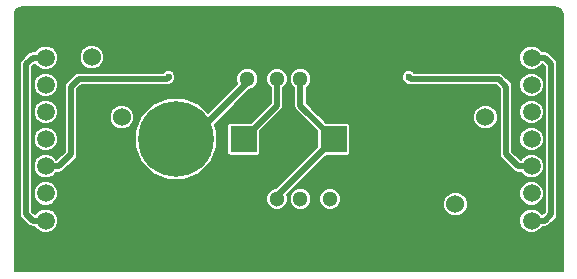
<source format=gbl>
G04 #@! TF.FileFunction,Copper,L2,Bot,Signal*
%FSLAX46Y46*%
G04 Gerber Fmt 4.6, Leading zero omitted, Abs format (unit mm)*
G04 Created by KiCad (PCBNEW (2016-03-06 BZR 6610)-product) date 2016 April 20, Wednesday 18:41:49*
%MOMM*%
G01*
G04 APERTURE LIST*
%ADD10C,0.100000*%
%ADD11C,1.300000*%
%ADD12O,1.900000X2.900000*%
%ADD13O,2.900000X1.900000*%
%ADD14C,6.400000*%
%ADD15C,0.600000*%
%ADD16C,1.524000*%
%ADD17C,1.500000*%
%ADD18R,2.235200X2.235200*%
%ADD19C,0.500000*%
%ADD20C,0.250000*%
%ADD21C,0.152400*%
G04 APERTURE END LIST*
D10*
D11*
X146500000Y-94920000D03*
X149000000Y-94920000D03*
X151000000Y-94920000D03*
X153500000Y-94920000D03*
D12*
X143430000Y-94320000D03*
X156570000Y-94320000D03*
D13*
X150000000Y-90740000D03*
D14*
X159525000Y-100000000D03*
D15*
X161925000Y-100000000D03*
X161222056Y-101697056D03*
X159525000Y-102400000D03*
X157827944Y-101697056D03*
X157125000Y-100000000D03*
X157827944Y-98302944D03*
X159525000Y-97600000D03*
X161222056Y-98302944D03*
D14*
X140475000Y-100000000D03*
D15*
X142875000Y-100000000D03*
X142172056Y-101697056D03*
X140475000Y-102400000D03*
X138777944Y-101697056D03*
X138075000Y-100000000D03*
X138777944Y-98302944D03*
X140475000Y-97600000D03*
X142172056Y-98302944D03*
D16*
X133335000Y-93054000D03*
X135875000Y-98134000D03*
X133335000Y-105500000D03*
X164125000Y-93054000D03*
X166665000Y-98134000D03*
X164125000Y-105500000D03*
D17*
X129435000Y-93100000D03*
X129435000Y-95400000D03*
X129435000Y-97700000D03*
X129435000Y-100000000D03*
X129435000Y-102300000D03*
X129435000Y-104600000D03*
X129435000Y-106900000D03*
X170565000Y-93100000D03*
X170565000Y-95400000D03*
X170565000Y-97700000D03*
X170565000Y-100000000D03*
X170565000Y-102300000D03*
X170565000Y-104600000D03*
X170565000Y-106900000D03*
D18*
X146190000Y-100000000D03*
X153810000Y-100000000D03*
D11*
X153500000Y-105080000D03*
X151000000Y-105080000D03*
X149000000Y-105080000D03*
X146500000Y-105080000D03*
D12*
X156570000Y-105680000D03*
X143430000Y-105680000D03*
D13*
X150000000Y-109260000D03*
D15*
X161430000Y-106350000D03*
X138570000Y-106350000D03*
X138570000Y-93650000D03*
X161430000Y-93650000D03*
X139840000Y-94750000D03*
X160160000Y-94750000D03*
D19*
X141745000Y-100000000D02*
X146500000Y-95245000D01*
X146500000Y-95245000D02*
X146500000Y-94920000D01*
X129435000Y-93100000D02*
X128325000Y-93100000D01*
X128325000Y-106900000D02*
X129435000Y-106900000D01*
X127775000Y-106350000D02*
X128325000Y-106900000D01*
X127775000Y-93650000D02*
X127775000Y-106350000D01*
X128325000Y-93100000D02*
X127775000Y-93650000D01*
X149000000Y-94920000D02*
X149000000Y-97190000D01*
X149000000Y-97190000D02*
X146190000Y-100000000D01*
X149000000Y-105080000D02*
X149000000Y-104810000D01*
X149000000Y-104810000D02*
X153810000Y-100000000D01*
X170565000Y-93100000D02*
X171675000Y-93100000D01*
X171675000Y-106900000D02*
X170565000Y-106900000D01*
X172225000Y-106350000D02*
X171675000Y-106900000D01*
X172225000Y-93650000D02*
X172225000Y-106350000D01*
X171675000Y-93100000D02*
X172225000Y-93650000D01*
X151000000Y-94920000D02*
X151000000Y-97190000D01*
X151000000Y-97190000D02*
X153810000Y-100000000D01*
X146500000Y-105080000D02*
X146500000Y-107930000D01*
X147830000Y-109260000D02*
X150000000Y-109260000D01*
X146500000Y-107930000D02*
X147830000Y-109260000D01*
X143430000Y-105680000D02*
X143430000Y-108670000D01*
X144020000Y-109260000D02*
X150000000Y-109260000D01*
X143430000Y-108670000D02*
X144020000Y-109260000D01*
X156570000Y-105680000D02*
X156570000Y-108670000D01*
X156570000Y-108670000D02*
X155980000Y-109260000D01*
X155980000Y-109260000D02*
X150000000Y-109260000D01*
X138570000Y-106350000D02*
X138570000Y-108255000D01*
X138570000Y-108255000D02*
X139575000Y-109260000D01*
X139575000Y-109260000D02*
X150000000Y-109260000D01*
D20*
X155980000Y-109260000D02*
X156570000Y-108670000D01*
X138570000Y-108255000D02*
X139575000Y-109260000D01*
X159525000Y-100000000D02*
X159525000Y-101270000D01*
X159525000Y-101270000D02*
X161430000Y-103175000D01*
X161430000Y-103175000D02*
X161430000Y-106350000D01*
X138570000Y-106350000D02*
X134185000Y-106350000D01*
X134185000Y-106350000D02*
X133335000Y-105500000D01*
X141780000Y-94320000D02*
X143430000Y-94320000D01*
X141110000Y-93650000D02*
X141780000Y-94320000D01*
X138570000Y-93650000D02*
X141110000Y-93650000D01*
X161430000Y-93650000D02*
X163529000Y-93650000D01*
X163529000Y-93650000D02*
X164125000Y-93054000D01*
X157620000Y-93650000D02*
X156950000Y-94320000D01*
X161430000Y-93650000D02*
X157620000Y-93650000D01*
X156950000Y-94320000D02*
X156570000Y-94320000D01*
D19*
X156350000Y-94540000D02*
X156350000Y-98095000D01*
X156350000Y-98095000D02*
X158255000Y-100000000D01*
X156350000Y-94540000D02*
X156570000Y-94320000D01*
X159525000Y-100000000D02*
X158255000Y-100000000D01*
X153500000Y-94920000D02*
X153500000Y-92070000D01*
X152170000Y-90740000D02*
X150000000Y-90740000D01*
X153500000Y-92070000D02*
X152170000Y-90740000D01*
X156570000Y-94320000D02*
X156570000Y-91965000D01*
X155345000Y-90740000D02*
X150000000Y-90740000D01*
X156570000Y-91965000D02*
X155345000Y-90740000D01*
X143430000Y-94320000D02*
X143430000Y-91965000D01*
X144655000Y-90740000D02*
X150000000Y-90740000D01*
X143430000Y-91965000D02*
X144655000Y-90740000D01*
X130555000Y-102300000D02*
X131585000Y-101270000D01*
X131585000Y-101270000D02*
X131585000Y-95555000D01*
X129435000Y-102300000D02*
X130555000Y-102300000D01*
X132220000Y-94920000D02*
X131585000Y-95555000D01*
X139670000Y-94920000D02*
X132220000Y-94920000D01*
X139670000Y-94920000D02*
X139840000Y-94750000D01*
X170565000Y-102300000D02*
X169445000Y-102300000D01*
X168415000Y-101270000D02*
X169445000Y-102300000D01*
X168415000Y-95555000D02*
X168415000Y-101270000D01*
X167780000Y-94920000D02*
X168415000Y-95555000D01*
X160330000Y-94920000D02*
X167780000Y-94920000D01*
X160330000Y-94920000D02*
X160160000Y-94750000D01*
D21*
G36*
X172765161Y-88859845D02*
X172989954Y-89010047D01*
X173140155Y-89234838D01*
X173198800Y-89529668D01*
X173198800Y-111198800D01*
X126801200Y-111198800D01*
X126801200Y-93650000D01*
X127248799Y-93650000D01*
X127248800Y-93650005D01*
X127248800Y-106349995D01*
X127248799Y-106350000D01*
X127288855Y-106551368D01*
X127402920Y-106722080D01*
X127952918Y-107272077D01*
X127952920Y-107272080D01*
X128123632Y-107386145D01*
X128325000Y-107426200D01*
X128542072Y-107426200D01*
X128564523Y-107480536D01*
X128852946Y-107769462D01*
X129229981Y-107926021D01*
X129638228Y-107926377D01*
X130015536Y-107770477D01*
X130304462Y-107482054D01*
X130461021Y-107105019D01*
X130461377Y-106696772D01*
X130305477Y-106319464D01*
X130017054Y-106030538D01*
X129640019Y-105873979D01*
X129231772Y-105873623D01*
X128854464Y-106029523D01*
X128565538Y-106317946D01*
X128542525Y-106373366D01*
X128301200Y-106132040D01*
X128301200Y-104803228D01*
X128408623Y-104803228D01*
X128564523Y-105180536D01*
X128852946Y-105469462D01*
X129229981Y-105626021D01*
X129638228Y-105626377D01*
X130015536Y-105470477D01*
X130222950Y-105263424D01*
X148073640Y-105263424D01*
X148214348Y-105603965D01*
X148474665Y-105864736D01*
X148814959Y-106006039D01*
X149183424Y-106006360D01*
X149523965Y-105865652D01*
X149784736Y-105605335D01*
X149926039Y-105265041D01*
X149926040Y-105263424D01*
X150073640Y-105263424D01*
X150214348Y-105603965D01*
X150474665Y-105864736D01*
X150814959Y-106006039D01*
X151183424Y-106006360D01*
X151523965Y-105865652D01*
X151784736Y-105605335D01*
X151926039Y-105265041D01*
X151926040Y-105263424D01*
X152573640Y-105263424D01*
X152714348Y-105603965D01*
X152974665Y-105864736D01*
X153314959Y-106006039D01*
X153683424Y-106006360D01*
X154023965Y-105865652D01*
X154184291Y-105705605D01*
X163086620Y-105705605D01*
X163244343Y-106087325D01*
X163536139Y-106379630D01*
X163917583Y-106538020D01*
X164330605Y-106538380D01*
X164712325Y-106380657D01*
X165004630Y-106088861D01*
X165163020Y-105707417D01*
X165163380Y-105294395D01*
X165005657Y-104912675D01*
X164896401Y-104803228D01*
X169538623Y-104803228D01*
X169694523Y-105180536D01*
X169982946Y-105469462D01*
X170359981Y-105626021D01*
X170768228Y-105626377D01*
X171145536Y-105470477D01*
X171434462Y-105182054D01*
X171591021Y-104805019D01*
X171591377Y-104396772D01*
X171435477Y-104019464D01*
X171147054Y-103730538D01*
X170770019Y-103573979D01*
X170361772Y-103573623D01*
X169984464Y-103729523D01*
X169695538Y-104017946D01*
X169538979Y-104394981D01*
X169538623Y-104803228D01*
X164896401Y-104803228D01*
X164713861Y-104620370D01*
X164332417Y-104461980D01*
X163919395Y-104461620D01*
X163537675Y-104619343D01*
X163245370Y-104911139D01*
X163086980Y-105292583D01*
X163086620Y-105705605D01*
X154184291Y-105705605D01*
X154284736Y-105605335D01*
X154426039Y-105265041D01*
X154426360Y-104896576D01*
X154285652Y-104556035D01*
X154025335Y-104295264D01*
X153685041Y-104153961D01*
X153316576Y-104153640D01*
X152976035Y-104294348D01*
X152715264Y-104554665D01*
X152573961Y-104894959D01*
X152573640Y-105263424D01*
X151926040Y-105263424D01*
X151926360Y-104896576D01*
X151785652Y-104556035D01*
X151525335Y-104295264D01*
X151185041Y-104153961D01*
X150816576Y-104153640D01*
X150476035Y-104294348D01*
X150215264Y-104554665D01*
X150073961Y-104894959D01*
X150073640Y-105263424D01*
X149926040Y-105263424D01*
X149926360Y-104896576D01*
X149847775Y-104706385D01*
X152040049Y-102514110D01*
X158948701Y-102514110D01*
X159036237Y-102725964D01*
X159198183Y-102888193D01*
X159409884Y-102976099D01*
X159639110Y-102976299D01*
X159850964Y-102888763D01*
X160013193Y-102726817D01*
X160101099Y-102515116D01*
X160101299Y-102285890D01*
X160013763Y-102074036D01*
X159851817Y-101911807D01*
X159640116Y-101823901D01*
X159410890Y-101823701D01*
X159199036Y-101911237D01*
X159036807Y-102073183D01*
X158948901Y-102284884D01*
X158948701Y-102514110D01*
X152040049Y-102514110D01*
X152742993Y-101811166D01*
X157251645Y-101811166D01*
X157339181Y-102023020D01*
X157501127Y-102185249D01*
X157712828Y-102273155D01*
X157942054Y-102273355D01*
X158153908Y-102185819D01*
X158316137Y-102023873D01*
X158404043Y-101812172D01*
X158404043Y-101811166D01*
X160645757Y-101811166D01*
X160733293Y-102023020D01*
X160895239Y-102185249D01*
X161106940Y-102273155D01*
X161336166Y-102273355D01*
X161548020Y-102185819D01*
X161710249Y-102023873D01*
X161798155Y-101812172D01*
X161798355Y-101582946D01*
X161710819Y-101371092D01*
X161548873Y-101208863D01*
X161337172Y-101120957D01*
X161107946Y-101120757D01*
X160896092Y-101208293D01*
X160733863Y-101370239D01*
X160645957Y-101581940D01*
X160645757Y-101811166D01*
X158404043Y-101811166D01*
X158404243Y-101582946D01*
X158316707Y-101371092D01*
X158154761Y-101208863D01*
X157943060Y-101120957D01*
X157713834Y-101120757D01*
X157501980Y-101208293D01*
X157339751Y-101370239D01*
X157251845Y-101581940D01*
X157251645Y-101811166D01*
X152742993Y-101811166D01*
X153154948Y-101399211D01*
X154927600Y-101399211D01*
X155035368Y-101377775D01*
X155126729Y-101316729D01*
X155187775Y-101225368D01*
X155209211Y-101117600D01*
X155209211Y-100114110D01*
X156548701Y-100114110D01*
X156636237Y-100325964D01*
X156798183Y-100488193D01*
X157009884Y-100576099D01*
X157239110Y-100576299D01*
X157450964Y-100488763D01*
X157613193Y-100326817D01*
X157701099Y-100115116D01*
X157701099Y-100114110D01*
X161348701Y-100114110D01*
X161436237Y-100325964D01*
X161598183Y-100488193D01*
X161809884Y-100576099D01*
X162039110Y-100576299D01*
X162250964Y-100488763D01*
X162413193Y-100326817D01*
X162501099Y-100115116D01*
X162501299Y-99885890D01*
X162413763Y-99674036D01*
X162251817Y-99511807D01*
X162040116Y-99423901D01*
X161810890Y-99423701D01*
X161599036Y-99511237D01*
X161436807Y-99673183D01*
X161348901Y-99884884D01*
X161348701Y-100114110D01*
X157701099Y-100114110D01*
X157701299Y-99885890D01*
X157613763Y-99674036D01*
X157451817Y-99511807D01*
X157240116Y-99423901D01*
X157010890Y-99423701D01*
X156799036Y-99511237D01*
X156636807Y-99673183D01*
X156548901Y-99884884D01*
X156548701Y-100114110D01*
X155209211Y-100114110D01*
X155209211Y-98882400D01*
X155187775Y-98774632D01*
X155126729Y-98683271D01*
X155035368Y-98622225D01*
X154927600Y-98600789D01*
X153154949Y-98600789D01*
X152971214Y-98417054D01*
X157251645Y-98417054D01*
X157339181Y-98628908D01*
X157501127Y-98791137D01*
X157712828Y-98879043D01*
X157942054Y-98879243D01*
X158153908Y-98791707D01*
X158316137Y-98629761D01*
X158404043Y-98418060D01*
X158404043Y-98417054D01*
X160645757Y-98417054D01*
X160733293Y-98628908D01*
X160895239Y-98791137D01*
X161106940Y-98879043D01*
X161336166Y-98879243D01*
X161548020Y-98791707D01*
X161710249Y-98629761D01*
X161798155Y-98418060D01*
X161798223Y-98339605D01*
X165626620Y-98339605D01*
X165784343Y-98721325D01*
X166076139Y-99013630D01*
X166457583Y-99172020D01*
X166870605Y-99172380D01*
X167252325Y-99014657D01*
X167544630Y-98722861D01*
X167703020Y-98341417D01*
X167703380Y-97928395D01*
X167545657Y-97546675D01*
X167253861Y-97254370D01*
X166872417Y-97095980D01*
X166459395Y-97095620D01*
X166077675Y-97253343D01*
X165785370Y-97545139D01*
X165626980Y-97926583D01*
X165626620Y-98339605D01*
X161798223Y-98339605D01*
X161798355Y-98188834D01*
X161710819Y-97976980D01*
X161548873Y-97814751D01*
X161337172Y-97726845D01*
X161107946Y-97726645D01*
X160896092Y-97814181D01*
X160733863Y-97976127D01*
X160645957Y-98187828D01*
X160645757Y-98417054D01*
X158404043Y-98417054D01*
X158404243Y-98188834D01*
X158316707Y-97976980D01*
X158154761Y-97814751D01*
X157943060Y-97726845D01*
X157713834Y-97726645D01*
X157501980Y-97814181D01*
X157339751Y-97976127D01*
X157251845Y-98187828D01*
X157251645Y-98417054D01*
X152971214Y-98417054D01*
X152268270Y-97714110D01*
X158948701Y-97714110D01*
X159036237Y-97925964D01*
X159198183Y-98088193D01*
X159409884Y-98176099D01*
X159639110Y-98176299D01*
X159850964Y-98088763D01*
X160013193Y-97926817D01*
X160101099Y-97715116D01*
X160101299Y-97485890D01*
X160013763Y-97274036D01*
X159851817Y-97111807D01*
X159640116Y-97023901D01*
X159410890Y-97023701D01*
X159199036Y-97111237D01*
X159036807Y-97273183D01*
X158948901Y-97484884D01*
X158948701Y-97714110D01*
X152268270Y-97714110D01*
X151526200Y-96972040D01*
X151526200Y-95703421D01*
X151784736Y-95445335D01*
X151926039Y-95105041D01*
X151926248Y-94864110D01*
X159583701Y-94864110D01*
X159671237Y-95075964D01*
X159833183Y-95238193D01*
X159954345Y-95288504D01*
X159957918Y-95292077D01*
X159957920Y-95292080D01*
X160128632Y-95406145D01*
X160330000Y-95446200D01*
X167562040Y-95446200D01*
X167888800Y-95772959D01*
X167888800Y-101269995D01*
X167888799Y-101270000D01*
X167928855Y-101471368D01*
X168042920Y-101642080D01*
X169072920Y-102672080D01*
X169243632Y-102786145D01*
X169445000Y-102826201D01*
X169445005Y-102826200D01*
X169672072Y-102826200D01*
X169694523Y-102880536D01*
X169982946Y-103169462D01*
X170359981Y-103326021D01*
X170768228Y-103326377D01*
X171145536Y-103170477D01*
X171434462Y-102882054D01*
X171591021Y-102505019D01*
X171591377Y-102096772D01*
X171435477Y-101719464D01*
X171147054Y-101430538D01*
X170770019Y-101273979D01*
X170361772Y-101273623D01*
X169984464Y-101429523D01*
X169695538Y-101717946D01*
X169672345Y-101773800D01*
X169662960Y-101773800D01*
X168941200Y-101052040D01*
X168941200Y-100203228D01*
X169538623Y-100203228D01*
X169694523Y-100580536D01*
X169982946Y-100869462D01*
X170359981Y-101026021D01*
X170768228Y-101026377D01*
X171145536Y-100870477D01*
X171434462Y-100582054D01*
X171591021Y-100205019D01*
X171591377Y-99796772D01*
X171435477Y-99419464D01*
X171147054Y-99130538D01*
X170770019Y-98973979D01*
X170361772Y-98973623D01*
X169984464Y-99129523D01*
X169695538Y-99417946D01*
X169538979Y-99794981D01*
X169538623Y-100203228D01*
X168941200Y-100203228D01*
X168941200Y-97903228D01*
X169538623Y-97903228D01*
X169694523Y-98280536D01*
X169982946Y-98569462D01*
X170359981Y-98726021D01*
X170768228Y-98726377D01*
X171145536Y-98570477D01*
X171434462Y-98282054D01*
X171591021Y-97905019D01*
X171591377Y-97496772D01*
X171435477Y-97119464D01*
X171147054Y-96830538D01*
X170770019Y-96673979D01*
X170361772Y-96673623D01*
X169984464Y-96829523D01*
X169695538Y-97117946D01*
X169538979Y-97494981D01*
X169538623Y-97903228D01*
X168941200Y-97903228D01*
X168941200Y-95603228D01*
X169538623Y-95603228D01*
X169694523Y-95980536D01*
X169982946Y-96269462D01*
X170359981Y-96426021D01*
X170768228Y-96426377D01*
X171145536Y-96270477D01*
X171434462Y-95982054D01*
X171591021Y-95605019D01*
X171591377Y-95196772D01*
X171435477Y-94819464D01*
X171147054Y-94530538D01*
X170770019Y-94373979D01*
X170361772Y-94373623D01*
X169984464Y-94529523D01*
X169695538Y-94817946D01*
X169538979Y-95194981D01*
X169538623Y-95603228D01*
X168941200Y-95603228D01*
X168941200Y-95555005D01*
X168941201Y-95555000D01*
X168901145Y-95353633D01*
X168901145Y-95353632D01*
X168787080Y-95182920D01*
X168787077Y-95182918D01*
X168152080Y-94547920D01*
X167981368Y-94433855D01*
X167780000Y-94393799D01*
X167779995Y-94393800D01*
X160618580Y-94393800D01*
X160486817Y-94261807D01*
X160275116Y-94173901D01*
X160045890Y-94173701D01*
X159834036Y-94261237D01*
X159671807Y-94423183D01*
X159583901Y-94634884D01*
X159583701Y-94864110D01*
X151926248Y-94864110D01*
X151926360Y-94736576D01*
X151785652Y-94396035D01*
X151525335Y-94135264D01*
X151185041Y-93993961D01*
X150816576Y-93993640D01*
X150476035Y-94134348D01*
X150215264Y-94394665D01*
X150073961Y-94734959D01*
X150073640Y-95103424D01*
X150214348Y-95443965D01*
X150473800Y-95703869D01*
X150473800Y-97189995D01*
X150473799Y-97190000D01*
X150513855Y-97391368D01*
X150627920Y-97562080D01*
X152410789Y-99344949D01*
X152410789Y-100655052D01*
X148912117Y-104153723D01*
X148816576Y-104153640D01*
X148476035Y-104294348D01*
X148215264Y-104554665D01*
X148073961Y-104894959D01*
X148073640Y-105263424D01*
X130222950Y-105263424D01*
X130304462Y-105182054D01*
X130461021Y-104805019D01*
X130461377Y-104396772D01*
X130305477Y-104019464D01*
X130017054Y-103730538D01*
X129640019Y-103573979D01*
X129231772Y-103573623D01*
X128854464Y-103729523D01*
X128565538Y-104017946D01*
X128408979Y-104394981D01*
X128408623Y-104803228D01*
X128301200Y-104803228D01*
X128301200Y-102503228D01*
X128408623Y-102503228D01*
X128564523Y-102880536D01*
X128852946Y-103169462D01*
X129229981Y-103326021D01*
X129638228Y-103326377D01*
X130015536Y-103170477D01*
X130304462Y-102882054D01*
X130327655Y-102826200D01*
X130554995Y-102826200D01*
X130555000Y-102826201D01*
X130756368Y-102786145D01*
X130927080Y-102672080D01*
X131957080Y-101642080D01*
X132071145Y-101471368D01*
X132111201Y-101270000D01*
X132111200Y-101269995D01*
X132111200Y-100688425D01*
X136998198Y-100688425D01*
X137526303Y-101966537D01*
X138503320Y-102945261D01*
X139780507Y-103475595D01*
X141163425Y-103476802D01*
X142441537Y-102948697D01*
X143420261Y-101971680D01*
X143950595Y-100694493D01*
X143951802Y-99311575D01*
X143774471Y-98882400D01*
X144790789Y-98882400D01*
X144790789Y-101117600D01*
X144812225Y-101225368D01*
X144873271Y-101316729D01*
X144964632Y-101377775D01*
X145072400Y-101399211D01*
X147307600Y-101399211D01*
X147415368Y-101377775D01*
X147506729Y-101316729D01*
X147567775Y-101225368D01*
X147589211Y-101117600D01*
X147589211Y-99344949D01*
X149372080Y-97562080D01*
X149486145Y-97391368D01*
X149526201Y-97190000D01*
X149526200Y-97189995D01*
X149526200Y-95703421D01*
X149784736Y-95445335D01*
X149926039Y-95105041D01*
X149926360Y-94736576D01*
X149785652Y-94396035D01*
X149525335Y-94135264D01*
X149185041Y-93993961D01*
X148816576Y-93993640D01*
X148476035Y-94134348D01*
X148215264Y-94394665D01*
X148073961Y-94734959D01*
X148073640Y-95103424D01*
X148214348Y-95443965D01*
X148473800Y-95703869D01*
X148473800Y-96972040D01*
X146845051Y-98600789D01*
X145072400Y-98600789D01*
X144964632Y-98622225D01*
X144873271Y-98683271D01*
X144812225Y-98774632D01*
X144790789Y-98882400D01*
X143774471Y-98882400D01*
X143725435Y-98763725D01*
X146642834Y-95846325D01*
X146683424Y-95846360D01*
X147023965Y-95705652D01*
X147284736Y-95445335D01*
X147426039Y-95105041D01*
X147426360Y-94736576D01*
X147285652Y-94396035D01*
X147025335Y-94135264D01*
X146685041Y-93993961D01*
X146316576Y-93993640D01*
X145976035Y-94134348D01*
X145715264Y-94394665D01*
X145573961Y-94734959D01*
X145573640Y-95103424D01*
X145668306Y-95332535D01*
X143195736Y-97805104D01*
X142446680Y-97054739D01*
X141169493Y-96524405D01*
X139786575Y-96523198D01*
X138508463Y-97051303D01*
X137529739Y-98028320D01*
X136999405Y-99305507D01*
X136998198Y-100688425D01*
X132111200Y-100688425D01*
X132111200Y-98339605D01*
X134836620Y-98339605D01*
X134994343Y-98721325D01*
X135286139Y-99013630D01*
X135667583Y-99172020D01*
X136080605Y-99172380D01*
X136462325Y-99014657D01*
X136754630Y-98722861D01*
X136913020Y-98341417D01*
X136913380Y-97928395D01*
X136755657Y-97546675D01*
X136463861Y-97254370D01*
X136082417Y-97095980D01*
X135669395Y-97095620D01*
X135287675Y-97253343D01*
X134995370Y-97545139D01*
X134836980Y-97926583D01*
X134836620Y-98339605D01*
X132111200Y-98339605D01*
X132111200Y-95772960D01*
X132437959Y-95446200D01*
X139669995Y-95446200D01*
X139670000Y-95446201D01*
X139871368Y-95406145D01*
X140042080Y-95292080D01*
X140045709Y-95288451D01*
X140165964Y-95238763D01*
X140328193Y-95076817D01*
X140416099Y-94865116D01*
X140416299Y-94635890D01*
X140328763Y-94424036D01*
X140166817Y-94261807D01*
X139955116Y-94173901D01*
X139725890Y-94173701D01*
X139514036Y-94261237D01*
X139381241Y-94393800D01*
X132220005Y-94393800D01*
X132220000Y-94393799D01*
X132052042Y-94427209D01*
X132018632Y-94433855D01*
X131847920Y-94547920D01*
X131847918Y-94547923D01*
X131212920Y-95182920D01*
X131098855Y-95353632D01*
X131058799Y-95555000D01*
X131058800Y-95555005D01*
X131058800Y-101052040D01*
X130337040Y-101773800D01*
X130327928Y-101773800D01*
X130305477Y-101719464D01*
X130017054Y-101430538D01*
X129640019Y-101273979D01*
X129231772Y-101273623D01*
X128854464Y-101429523D01*
X128565538Y-101717946D01*
X128408979Y-102094981D01*
X128408623Y-102503228D01*
X128301200Y-102503228D01*
X128301200Y-100203228D01*
X128408623Y-100203228D01*
X128564523Y-100580536D01*
X128852946Y-100869462D01*
X129229981Y-101026021D01*
X129638228Y-101026377D01*
X130015536Y-100870477D01*
X130304462Y-100582054D01*
X130461021Y-100205019D01*
X130461377Y-99796772D01*
X130305477Y-99419464D01*
X130017054Y-99130538D01*
X129640019Y-98973979D01*
X129231772Y-98973623D01*
X128854464Y-99129523D01*
X128565538Y-99417946D01*
X128408979Y-99794981D01*
X128408623Y-100203228D01*
X128301200Y-100203228D01*
X128301200Y-97903228D01*
X128408623Y-97903228D01*
X128564523Y-98280536D01*
X128852946Y-98569462D01*
X129229981Y-98726021D01*
X129638228Y-98726377D01*
X130015536Y-98570477D01*
X130304462Y-98282054D01*
X130461021Y-97905019D01*
X130461377Y-97496772D01*
X130305477Y-97119464D01*
X130017054Y-96830538D01*
X129640019Y-96673979D01*
X129231772Y-96673623D01*
X128854464Y-96829523D01*
X128565538Y-97117946D01*
X128408979Y-97494981D01*
X128408623Y-97903228D01*
X128301200Y-97903228D01*
X128301200Y-95603228D01*
X128408623Y-95603228D01*
X128564523Y-95980536D01*
X128852946Y-96269462D01*
X129229981Y-96426021D01*
X129638228Y-96426377D01*
X130015536Y-96270477D01*
X130304462Y-95982054D01*
X130461021Y-95605019D01*
X130461377Y-95196772D01*
X130305477Y-94819464D01*
X130017054Y-94530538D01*
X129640019Y-94373979D01*
X129231772Y-94373623D01*
X128854464Y-94529523D01*
X128565538Y-94817946D01*
X128408979Y-95194981D01*
X128408623Y-95603228D01*
X128301200Y-95603228D01*
X128301200Y-93867960D01*
X128542331Y-93626828D01*
X128564523Y-93680536D01*
X128852946Y-93969462D01*
X129229981Y-94126021D01*
X129638228Y-94126377D01*
X130015536Y-93970477D01*
X130304462Y-93682054D01*
X130461021Y-93305019D01*
X130461060Y-93259605D01*
X132296620Y-93259605D01*
X132454343Y-93641325D01*
X132746139Y-93933630D01*
X133127583Y-94092020D01*
X133540605Y-94092380D01*
X133922325Y-93934657D01*
X134214630Y-93642861D01*
X134355658Y-93303228D01*
X169538623Y-93303228D01*
X169694523Y-93680536D01*
X169982946Y-93969462D01*
X170359981Y-94126021D01*
X170768228Y-94126377D01*
X171145536Y-93970477D01*
X171434462Y-93682054D01*
X171457474Y-93626634D01*
X171698800Y-93867959D01*
X171698800Y-106132041D01*
X171457669Y-106373172D01*
X171435477Y-106319464D01*
X171147054Y-106030538D01*
X170770019Y-105873979D01*
X170361772Y-105873623D01*
X169984464Y-106029523D01*
X169695538Y-106317946D01*
X169538979Y-106694981D01*
X169538623Y-107103228D01*
X169694523Y-107480536D01*
X169982946Y-107769462D01*
X170359981Y-107926021D01*
X170768228Y-107926377D01*
X171145536Y-107770477D01*
X171434462Y-107482054D01*
X171457655Y-107426200D01*
X171674995Y-107426200D01*
X171675000Y-107426201D01*
X171876368Y-107386145D01*
X172047080Y-107272080D01*
X172597077Y-106722082D01*
X172597080Y-106722080D01*
X172711145Y-106551368D01*
X172751200Y-106350000D01*
X172751200Y-93650000D01*
X172711145Y-93448632D01*
X172597080Y-93277920D01*
X172597077Y-93277918D01*
X172047080Y-92727920D01*
X171876368Y-92613855D01*
X171675000Y-92573799D01*
X171674995Y-92573800D01*
X171457928Y-92573800D01*
X171435477Y-92519464D01*
X171147054Y-92230538D01*
X170770019Y-92073979D01*
X170361772Y-92073623D01*
X169984464Y-92229523D01*
X169695538Y-92517946D01*
X169538979Y-92894981D01*
X169538623Y-93303228D01*
X134355658Y-93303228D01*
X134373020Y-93261417D01*
X134373380Y-92848395D01*
X134215657Y-92466675D01*
X133923861Y-92174370D01*
X133542417Y-92015980D01*
X133129395Y-92015620D01*
X132747675Y-92173343D01*
X132455370Y-92465139D01*
X132296980Y-92846583D01*
X132296620Y-93259605D01*
X130461060Y-93259605D01*
X130461377Y-92896772D01*
X130305477Y-92519464D01*
X130017054Y-92230538D01*
X129640019Y-92073979D01*
X129231772Y-92073623D01*
X128854464Y-92229523D01*
X128565538Y-92517946D01*
X128542345Y-92573800D01*
X128325000Y-92573800D01*
X128123632Y-92613855D01*
X127952920Y-92727920D01*
X127952918Y-92727923D01*
X127402920Y-93277920D01*
X127288855Y-93448632D01*
X127248799Y-93650000D01*
X126801200Y-93650000D01*
X126801200Y-89529668D01*
X126859845Y-89234839D01*
X127010047Y-89010046D01*
X127234838Y-88859845D01*
X127529668Y-88801200D01*
X172470332Y-88801200D01*
X172765161Y-88859845D01*
X172765161Y-88859845D01*
G37*
X172765161Y-88859845D02*
X172989954Y-89010047D01*
X173140155Y-89234838D01*
X173198800Y-89529668D01*
X173198800Y-111198800D01*
X126801200Y-111198800D01*
X126801200Y-93650000D01*
X127248799Y-93650000D01*
X127248800Y-93650005D01*
X127248800Y-106349995D01*
X127248799Y-106350000D01*
X127288855Y-106551368D01*
X127402920Y-106722080D01*
X127952918Y-107272077D01*
X127952920Y-107272080D01*
X128123632Y-107386145D01*
X128325000Y-107426200D01*
X128542072Y-107426200D01*
X128564523Y-107480536D01*
X128852946Y-107769462D01*
X129229981Y-107926021D01*
X129638228Y-107926377D01*
X130015536Y-107770477D01*
X130304462Y-107482054D01*
X130461021Y-107105019D01*
X130461377Y-106696772D01*
X130305477Y-106319464D01*
X130017054Y-106030538D01*
X129640019Y-105873979D01*
X129231772Y-105873623D01*
X128854464Y-106029523D01*
X128565538Y-106317946D01*
X128542525Y-106373366D01*
X128301200Y-106132040D01*
X128301200Y-104803228D01*
X128408623Y-104803228D01*
X128564523Y-105180536D01*
X128852946Y-105469462D01*
X129229981Y-105626021D01*
X129638228Y-105626377D01*
X130015536Y-105470477D01*
X130222950Y-105263424D01*
X148073640Y-105263424D01*
X148214348Y-105603965D01*
X148474665Y-105864736D01*
X148814959Y-106006039D01*
X149183424Y-106006360D01*
X149523965Y-105865652D01*
X149784736Y-105605335D01*
X149926039Y-105265041D01*
X149926040Y-105263424D01*
X150073640Y-105263424D01*
X150214348Y-105603965D01*
X150474665Y-105864736D01*
X150814959Y-106006039D01*
X151183424Y-106006360D01*
X151523965Y-105865652D01*
X151784736Y-105605335D01*
X151926039Y-105265041D01*
X151926040Y-105263424D01*
X152573640Y-105263424D01*
X152714348Y-105603965D01*
X152974665Y-105864736D01*
X153314959Y-106006039D01*
X153683424Y-106006360D01*
X154023965Y-105865652D01*
X154184291Y-105705605D01*
X163086620Y-105705605D01*
X163244343Y-106087325D01*
X163536139Y-106379630D01*
X163917583Y-106538020D01*
X164330605Y-106538380D01*
X164712325Y-106380657D01*
X165004630Y-106088861D01*
X165163020Y-105707417D01*
X165163380Y-105294395D01*
X165005657Y-104912675D01*
X164896401Y-104803228D01*
X169538623Y-104803228D01*
X169694523Y-105180536D01*
X169982946Y-105469462D01*
X170359981Y-105626021D01*
X170768228Y-105626377D01*
X171145536Y-105470477D01*
X171434462Y-105182054D01*
X171591021Y-104805019D01*
X171591377Y-104396772D01*
X171435477Y-104019464D01*
X171147054Y-103730538D01*
X170770019Y-103573979D01*
X170361772Y-103573623D01*
X169984464Y-103729523D01*
X169695538Y-104017946D01*
X169538979Y-104394981D01*
X169538623Y-104803228D01*
X164896401Y-104803228D01*
X164713861Y-104620370D01*
X164332417Y-104461980D01*
X163919395Y-104461620D01*
X163537675Y-104619343D01*
X163245370Y-104911139D01*
X163086980Y-105292583D01*
X163086620Y-105705605D01*
X154184291Y-105705605D01*
X154284736Y-105605335D01*
X154426039Y-105265041D01*
X154426360Y-104896576D01*
X154285652Y-104556035D01*
X154025335Y-104295264D01*
X153685041Y-104153961D01*
X153316576Y-104153640D01*
X152976035Y-104294348D01*
X152715264Y-104554665D01*
X152573961Y-104894959D01*
X152573640Y-105263424D01*
X151926040Y-105263424D01*
X151926360Y-104896576D01*
X151785652Y-104556035D01*
X151525335Y-104295264D01*
X151185041Y-104153961D01*
X150816576Y-104153640D01*
X150476035Y-104294348D01*
X150215264Y-104554665D01*
X150073961Y-104894959D01*
X150073640Y-105263424D01*
X149926040Y-105263424D01*
X149926360Y-104896576D01*
X149847775Y-104706385D01*
X152040049Y-102514110D01*
X158948701Y-102514110D01*
X159036237Y-102725964D01*
X159198183Y-102888193D01*
X159409884Y-102976099D01*
X159639110Y-102976299D01*
X159850964Y-102888763D01*
X160013193Y-102726817D01*
X160101099Y-102515116D01*
X160101299Y-102285890D01*
X160013763Y-102074036D01*
X159851817Y-101911807D01*
X159640116Y-101823901D01*
X159410890Y-101823701D01*
X159199036Y-101911237D01*
X159036807Y-102073183D01*
X158948901Y-102284884D01*
X158948701Y-102514110D01*
X152040049Y-102514110D01*
X152742993Y-101811166D01*
X157251645Y-101811166D01*
X157339181Y-102023020D01*
X157501127Y-102185249D01*
X157712828Y-102273155D01*
X157942054Y-102273355D01*
X158153908Y-102185819D01*
X158316137Y-102023873D01*
X158404043Y-101812172D01*
X158404043Y-101811166D01*
X160645757Y-101811166D01*
X160733293Y-102023020D01*
X160895239Y-102185249D01*
X161106940Y-102273155D01*
X161336166Y-102273355D01*
X161548020Y-102185819D01*
X161710249Y-102023873D01*
X161798155Y-101812172D01*
X161798355Y-101582946D01*
X161710819Y-101371092D01*
X161548873Y-101208863D01*
X161337172Y-101120957D01*
X161107946Y-101120757D01*
X160896092Y-101208293D01*
X160733863Y-101370239D01*
X160645957Y-101581940D01*
X160645757Y-101811166D01*
X158404043Y-101811166D01*
X158404243Y-101582946D01*
X158316707Y-101371092D01*
X158154761Y-101208863D01*
X157943060Y-101120957D01*
X157713834Y-101120757D01*
X157501980Y-101208293D01*
X157339751Y-101370239D01*
X157251845Y-101581940D01*
X157251645Y-101811166D01*
X152742993Y-101811166D01*
X153154948Y-101399211D01*
X154927600Y-101399211D01*
X155035368Y-101377775D01*
X155126729Y-101316729D01*
X155187775Y-101225368D01*
X155209211Y-101117600D01*
X155209211Y-100114110D01*
X156548701Y-100114110D01*
X156636237Y-100325964D01*
X156798183Y-100488193D01*
X157009884Y-100576099D01*
X157239110Y-100576299D01*
X157450964Y-100488763D01*
X157613193Y-100326817D01*
X157701099Y-100115116D01*
X157701099Y-100114110D01*
X161348701Y-100114110D01*
X161436237Y-100325964D01*
X161598183Y-100488193D01*
X161809884Y-100576099D01*
X162039110Y-100576299D01*
X162250964Y-100488763D01*
X162413193Y-100326817D01*
X162501099Y-100115116D01*
X162501299Y-99885890D01*
X162413763Y-99674036D01*
X162251817Y-99511807D01*
X162040116Y-99423901D01*
X161810890Y-99423701D01*
X161599036Y-99511237D01*
X161436807Y-99673183D01*
X161348901Y-99884884D01*
X161348701Y-100114110D01*
X157701099Y-100114110D01*
X157701299Y-99885890D01*
X157613763Y-99674036D01*
X157451817Y-99511807D01*
X157240116Y-99423901D01*
X157010890Y-99423701D01*
X156799036Y-99511237D01*
X156636807Y-99673183D01*
X156548901Y-99884884D01*
X156548701Y-100114110D01*
X155209211Y-100114110D01*
X155209211Y-98882400D01*
X155187775Y-98774632D01*
X155126729Y-98683271D01*
X155035368Y-98622225D01*
X154927600Y-98600789D01*
X153154949Y-98600789D01*
X152971214Y-98417054D01*
X157251645Y-98417054D01*
X157339181Y-98628908D01*
X157501127Y-98791137D01*
X157712828Y-98879043D01*
X157942054Y-98879243D01*
X158153908Y-98791707D01*
X158316137Y-98629761D01*
X158404043Y-98418060D01*
X158404043Y-98417054D01*
X160645757Y-98417054D01*
X160733293Y-98628908D01*
X160895239Y-98791137D01*
X161106940Y-98879043D01*
X161336166Y-98879243D01*
X161548020Y-98791707D01*
X161710249Y-98629761D01*
X161798155Y-98418060D01*
X161798223Y-98339605D01*
X165626620Y-98339605D01*
X165784343Y-98721325D01*
X166076139Y-99013630D01*
X166457583Y-99172020D01*
X166870605Y-99172380D01*
X167252325Y-99014657D01*
X167544630Y-98722861D01*
X167703020Y-98341417D01*
X167703380Y-97928395D01*
X167545657Y-97546675D01*
X167253861Y-97254370D01*
X166872417Y-97095980D01*
X166459395Y-97095620D01*
X166077675Y-97253343D01*
X165785370Y-97545139D01*
X165626980Y-97926583D01*
X165626620Y-98339605D01*
X161798223Y-98339605D01*
X161798355Y-98188834D01*
X161710819Y-97976980D01*
X161548873Y-97814751D01*
X161337172Y-97726845D01*
X161107946Y-97726645D01*
X160896092Y-97814181D01*
X160733863Y-97976127D01*
X160645957Y-98187828D01*
X160645757Y-98417054D01*
X158404043Y-98417054D01*
X158404243Y-98188834D01*
X158316707Y-97976980D01*
X158154761Y-97814751D01*
X157943060Y-97726845D01*
X157713834Y-97726645D01*
X157501980Y-97814181D01*
X157339751Y-97976127D01*
X157251845Y-98187828D01*
X157251645Y-98417054D01*
X152971214Y-98417054D01*
X152268270Y-97714110D01*
X158948701Y-97714110D01*
X159036237Y-97925964D01*
X159198183Y-98088193D01*
X159409884Y-98176099D01*
X159639110Y-98176299D01*
X159850964Y-98088763D01*
X160013193Y-97926817D01*
X160101099Y-97715116D01*
X160101299Y-97485890D01*
X160013763Y-97274036D01*
X159851817Y-97111807D01*
X159640116Y-97023901D01*
X159410890Y-97023701D01*
X159199036Y-97111237D01*
X159036807Y-97273183D01*
X158948901Y-97484884D01*
X158948701Y-97714110D01*
X152268270Y-97714110D01*
X151526200Y-96972040D01*
X151526200Y-95703421D01*
X151784736Y-95445335D01*
X151926039Y-95105041D01*
X151926248Y-94864110D01*
X159583701Y-94864110D01*
X159671237Y-95075964D01*
X159833183Y-95238193D01*
X159954345Y-95288504D01*
X159957918Y-95292077D01*
X159957920Y-95292080D01*
X160128632Y-95406145D01*
X160330000Y-95446200D01*
X167562040Y-95446200D01*
X167888800Y-95772959D01*
X167888800Y-101269995D01*
X167888799Y-101270000D01*
X167928855Y-101471368D01*
X168042920Y-101642080D01*
X169072920Y-102672080D01*
X169243632Y-102786145D01*
X169445000Y-102826201D01*
X169445005Y-102826200D01*
X169672072Y-102826200D01*
X169694523Y-102880536D01*
X169982946Y-103169462D01*
X170359981Y-103326021D01*
X170768228Y-103326377D01*
X171145536Y-103170477D01*
X171434462Y-102882054D01*
X171591021Y-102505019D01*
X171591377Y-102096772D01*
X171435477Y-101719464D01*
X171147054Y-101430538D01*
X170770019Y-101273979D01*
X170361772Y-101273623D01*
X169984464Y-101429523D01*
X169695538Y-101717946D01*
X169672345Y-101773800D01*
X169662960Y-101773800D01*
X168941200Y-101052040D01*
X168941200Y-100203228D01*
X169538623Y-100203228D01*
X169694523Y-100580536D01*
X169982946Y-100869462D01*
X170359981Y-101026021D01*
X170768228Y-101026377D01*
X171145536Y-100870477D01*
X171434462Y-100582054D01*
X171591021Y-100205019D01*
X171591377Y-99796772D01*
X171435477Y-99419464D01*
X171147054Y-99130538D01*
X170770019Y-98973979D01*
X170361772Y-98973623D01*
X169984464Y-99129523D01*
X169695538Y-99417946D01*
X169538979Y-99794981D01*
X169538623Y-100203228D01*
X168941200Y-100203228D01*
X168941200Y-97903228D01*
X169538623Y-97903228D01*
X169694523Y-98280536D01*
X169982946Y-98569462D01*
X170359981Y-98726021D01*
X170768228Y-98726377D01*
X171145536Y-98570477D01*
X171434462Y-98282054D01*
X171591021Y-97905019D01*
X171591377Y-97496772D01*
X171435477Y-97119464D01*
X171147054Y-96830538D01*
X170770019Y-96673979D01*
X170361772Y-96673623D01*
X169984464Y-96829523D01*
X169695538Y-97117946D01*
X169538979Y-97494981D01*
X169538623Y-97903228D01*
X168941200Y-97903228D01*
X168941200Y-95603228D01*
X169538623Y-95603228D01*
X169694523Y-95980536D01*
X169982946Y-96269462D01*
X170359981Y-96426021D01*
X170768228Y-96426377D01*
X171145536Y-96270477D01*
X171434462Y-95982054D01*
X171591021Y-95605019D01*
X171591377Y-95196772D01*
X171435477Y-94819464D01*
X171147054Y-94530538D01*
X170770019Y-94373979D01*
X170361772Y-94373623D01*
X169984464Y-94529523D01*
X169695538Y-94817946D01*
X169538979Y-95194981D01*
X169538623Y-95603228D01*
X168941200Y-95603228D01*
X168941200Y-95555005D01*
X168941201Y-95555000D01*
X168901145Y-95353633D01*
X168901145Y-95353632D01*
X168787080Y-95182920D01*
X168787077Y-95182918D01*
X168152080Y-94547920D01*
X167981368Y-94433855D01*
X167780000Y-94393799D01*
X167779995Y-94393800D01*
X160618580Y-94393800D01*
X160486817Y-94261807D01*
X160275116Y-94173901D01*
X160045890Y-94173701D01*
X159834036Y-94261237D01*
X159671807Y-94423183D01*
X159583901Y-94634884D01*
X159583701Y-94864110D01*
X151926248Y-94864110D01*
X151926360Y-94736576D01*
X151785652Y-94396035D01*
X151525335Y-94135264D01*
X151185041Y-93993961D01*
X150816576Y-93993640D01*
X150476035Y-94134348D01*
X150215264Y-94394665D01*
X150073961Y-94734959D01*
X150073640Y-95103424D01*
X150214348Y-95443965D01*
X150473800Y-95703869D01*
X150473800Y-97189995D01*
X150473799Y-97190000D01*
X150513855Y-97391368D01*
X150627920Y-97562080D01*
X152410789Y-99344949D01*
X152410789Y-100655052D01*
X148912117Y-104153723D01*
X148816576Y-104153640D01*
X148476035Y-104294348D01*
X148215264Y-104554665D01*
X148073961Y-104894959D01*
X148073640Y-105263424D01*
X130222950Y-105263424D01*
X130304462Y-105182054D01*
X130461021Y-104805019D01*
X130461377Y-104396772D01*
X130305477Y-104019464D01*
X130017054Y-103730538D01*
X129640019Y-103573979D01*
X129231772Y-103573623D01*
X128854464Y-103729523D01*
X128565538Y-104017946D01*
X128408979Y-104394981D01*
X128408623Y-104803228D01*
X128301200Y-104803228D01*
X128301200Y-102503228D01*
X128408623Y-102503228D01*
X128564523Y-102880536D01*
X128852946Y-103169462D01*
X129229981Y-103326021D01*
X129638228Y-103326377D01*
X130015536Y-103170477D01*
X130304462Y-102882054D01*
X130327655Y-102826200D01*
X130554995Y-102826200D01*
X130555000Y-102826201D01*
X130756368Y-102786145D01*
X130927080Y-102672080D01*
X131957080Y-101642080D01*
X132071145Y-101471368D01*
X132111201Y-101270000D01*
X132111200Y-101269995D01*
X132111200Y-100688425D01*
X136998198Y-100688425D01*
X137526303Y-101966537D01*
X138503320Y-102945261D01*
X139780507Y-103475595D01*
X141163425Y-103476802D01*
X142441537Y-102948697D01*
X143420261Y-101971680D01*
X143950595Y-100694493D01*
X143951802Y-99311575D01*
X143774471Y-98882400D01*
X144790789Y-98882400D01*
X144790789Y-101117600D01*
X144812225Y-101225368D01*
X144873271Y-101316729D01*
X144964632Y-101377775D01*
X145072400Y-101399211D01*
X147307600Y-101399211D01*
X147415368Y-101377775D01*
X147506729Y-101316729D01*
X147567775Y-101225368D01*
X147589211Y-101117600D01*
X147589211Y-99344949D01*
X149372080Y-97562080D01*
X149486145Y-97391368D01*
X149526201Y-97190000D01*
X149526200Y-97189995D01*
X149526200Y-95703421D01*
X149784736Y-95445335D01*
X149926039Y-95105041D01*
X149926360Y-94736576D01*
X149785652Y-94396035D01*
X149525335Y-94135264D01*
X149185041Y-93993961D01*
X148816576Y-93993640D01*
X148476035Y-94134348D01*
X148215264Y-94394665D01*
X148073961Y-94734959D01*
X148073640Y-95103424D01*
X148214348Y-95443965D01*
X148473800Y-95703869D01*
X148473800Y-96972040D01*
X146845051Y-98600789D01*
X145072400Y-98600789D01*
X144964632Y-98622225D01*
X144873271Y-98683271D01*
X144812225Y-98774632D01*
X144790789Y-98882400D01*
X143774471Y-98882400D01*
X143725435Y-98763725D01*
X146642834Y-95846325D01*
X146683424Y-95846360D01*
X147023965Y-95705652D01*
X147284736Y-95445335D01*
X147426039Y-95105041D01*
X147426360Y-94736576D01*
X147285652Y-94396035D01*
X147025335Y-94135264D01*
X146685041Y-93993961D01*
X146316576Y-93993640D01*
X145976035Y-94134348D01*
X145715264Y-94394665D01*
X145573961Y-94734959D01*
X145573640Y-95103424D01*
X145668306Y-95332535D01*
X143195736Y-97805104D01*
X142446680Y-97054739D01*
X141169493Y-96524405D01*
X139786575Y-96523198D01*
X138508463Y-97051303D01*
X137529739Y-98028320D01*
X136999405Y-99305507D01*
X136998198Y-100688425D01*
X132111200Y-100688425D01*
X132111200Y-98339605D01*
X134836620Y-98339605D01*
X134994343Y-98721325D01*
X135286139Y-99013630D01*
X135667583Y-99172020D01*
X136080605Y-99172380D01*
X136462325Y-99014657D01*
X136754630Y-98722861D01*
X136913020Y-98341417D01*
X136913380Y-97928395D01*
X136755657Y-97546675D01*
X136463861Y-97254370D01*
X136082417Y-97095980D01*
X135669395Y-97095620D01*
X135287675Y-97253343D01*
X134995370Y-97545139D01*
X134836980Y-97926583D01*
X134836620Y-98339605D01*
X132111200Y-98339605D01*
X132111200Y-95772960D01*
X132437959Y-95446200D01*
X139669995Y-95446200D01*
X139670000Y-95446201D01*
X139871368Y-95406145D01*
X140042080Y-95292080D01*
X140045709Y-95288451D01*
X140165964Y-95238763D01*
X140328193Y-95076817D01*
X140416099Y-94865116D01*
X140416299Y-94635890D01*
X140328763Y-94424036D01*
X140166817Y-94261807D01*
X139955116Y-94173901D01*
X139725890Y-94173701D01*
X139514036Y-94261237D01*
X139381241Y-94393800D01*
X132220005Y-94393800D01*
X132220000Y-94393799D01*
X132052042Y-94427209D01*
X132018632Y-94433855D01*
X131847920Y-94547920D01*
X131847918Y-94547923D01*
X131212920Y-95182920D01*
X131098855Y-95353632D01*
X131058799Y-95555000D01*
X131058800Y-95555005D01*
X131058800Y-101052040D01*
X130337040Y-101773800D01*
X130327928Y-101773800D01*
X130305477Y-101719464D01*
X130017054Y-101430538D01*
X129640019Y-101273979D01*
X129231772Y-101273623D01*
X128854464Y-101429523D01*
X128565538Y-101717946D01*
X128408979Y-102094981D01*
X128408623Y-102503228D01*
X128301200Y-102503228D01*
X128301200Y-100203228D01*
X128408623Y-100203228D01*
X128564523Y-100580536D01*
X128852946Y-100869462D01*
X129229981Y-101026021D01*
X129638228Y-101026377D01*
X130015536Y-100870477D01*
X130304462Y-100582054D01*
X130461021Y-100205019D01*
X130461377Y-99796772D01*
X130305477Y-99419464D01*
X130017054Y-99130538D01*
X129640019Y-98973979D01*
X129231772Y-98973623D01*
X128854464Y-99129523D01*
X128565538Y-99417946D01*
X128408979Y-99794981D01*
X128408623Y-100203228D01*
X128301200Y-100203228D01*
X128301200Y-97903228D01*
X128408623Y-97903228D01*
X128564523Y-98280536D01*
X128852946Y-98569462D01*
X129229981Y-98726021D01*
X129638228Y-98726377D01*
X130015536Y-98570477D01*
X130304462Y-98282054D01*
X130461021Y-97905019D01*
X130461377Y-97496772D01*
X130305477Y-97119464D01*
X130017054Y-96830538D01*
X129640019Y-96673979D01*
X129231772Y-96673623D01*
X128854464Y-96829523D01*
X128565538Y-97117946D01*
X128408979Y-97494981D01*
X128408623Y-97903228D01*
X128301200Y-97903228D01*
X128301200Y-95603228D01*
X128408623Y-95603228D01*
X128564523Y-95980536D01*
X128852946Y-96269462D01*
X129229981Y-96426021D01*
X129638228Y-96426377D01*
X130015536Y-96270477D01*
X130304462Y-95982054D01*
X130461021Y-95605019D01*
X130461377Y-95196772D01*
X130305477Y-94819464D01*
X130017054Y-94530538D01*
X129640019Y-94373979D01*
X129231772Y-94373623D01*
X128854464Y-94529523D01*
X128565538Y-94817946D01*
X128408979Y-95194981D01*
X128408623Y-95603228D01*
X128301200Y-95603228D01*
X128301200Y-93867960D01*
X128542331Y-93626828D01*
X128564523Y-93680536D01*
X128852946Y-93969462D01*
X129229981Y-94126021D01*
X129638228Y-94126377D01*
X130015536Y-93970477D01*
X130304462Y-93682054D01*
X130461021Y-93305019D01*
X130461060Y-93259605D01*
X132296620Y-93259605D01*
X132454343Y-93641325D01*
X132746139Y-93933630D01*
X133127583Y-94092020D01*
X133540605Y-94092380D01*
X133922325Y-93934657D01*
X134214630Y-93642861D01*
X134355658Y-93303228D01*
X169538623Y-93303228D01*
X169694523Y-93680536D01*
X169982946Y-93969462D01*
X170359981Y-94126021D01*
X170768228Y-94126377D01*
X171145536Y-93970477D01*
X171434462Y-93682054D01*
X171457474Y-93626634D01*
X171698800Y-93867959D01*
X171698800Y-106132041D01*
X171457669Y-106373172D01*
X171435477Y-106319464D01*
X171147054Y-106030538D01*
X170770019Y-105873979D01*
X170361772Y-105873623D01*
X169984464Y-106029523D01*
X169695538Y-106317946D01*
X169538979Y-106694981D01*
X169538623Y-107103228D01*
X169694523Y-107480536D01*
X169982946Y-107769462D01*
X170359981Y-107926021D01*
X170768228Y-107926377D01*
X171145536Y-107770477D01*
X171434462Y-107482054D01*
X171457655Y-107426200D01*
X171674995Y-107426200D01*
X171675000Y-107426201D01*
X171876368Y-107386145D01*
X172047080Y-107272080D01*
X172597077Y-106722082D01*
X172597080Y-106722080D01*
X172711145Y-106551368D01*
X172751200Y-106350000D01*
X172751200Y-93650000D01*
X172711145Y-93448632D01*
X172597080Y-93277920D01*
X172597077Y-93277918D01*
X172047080Y-92727920D01*
X171876368Y-92613855D01*
X171675000Y-92573799D01*
X171674995Y-92573800D01*
X171457928Y-92573800D01*
X171435477Y-92519464D01*
X171147054Y-92230538D01*
X170770019Y-92073979D01*
X170361772Y-92073623D01*
X169984464Y-92229523D01*
X169695538Y-92517946D01*
X169538979Y-92894981D01*
X169538623Y-93303228D01*
X134355658Y-93303228D01*
X134373020Y-93261417D01*
X134373380Y-92848395D01*
X134215657Y-92466675D01*
X133923861Y-92174370D01*
X133542417Y-92015980D01*
X133129395Y-92015620D01*
X132747675Y-92173343D01*
X132455370Y-92465139D01*
X132296980Y-92846583D01*
X132296620Y-93259605D01*
X130461060Y-93259605D01*
X130461377Y-92896772D01*
X130305477Y-92519464D01*
X130017054Y-92230538D01*
X129640019Y-92073979D01*
X129231772Y-92073623D01*
X128854464Y-92229523D01*
X128565538Y-92517946D01*
X128542345Y-92573800D01*
X128325000Y-92573800D01*
X128123632Y-92613855D01*
X127952920Y-92727920D01*
X127952918Y-92727923D01*
X127402920Y-93277920D01*
X127288855Y-93448632D01*
X127248799Y-93650000D01*
X126801200Y-93650000D01*
X126801200Y-89529668D01*
X126859845Y-89234839D01*
X127010047Y-89010046D01*
X127234838Y-88859845D01*
X127529668Y-88801200D01*
X172470332Y-88801200D01*
X172765161Y-88859845D01*
M02*

</source>
